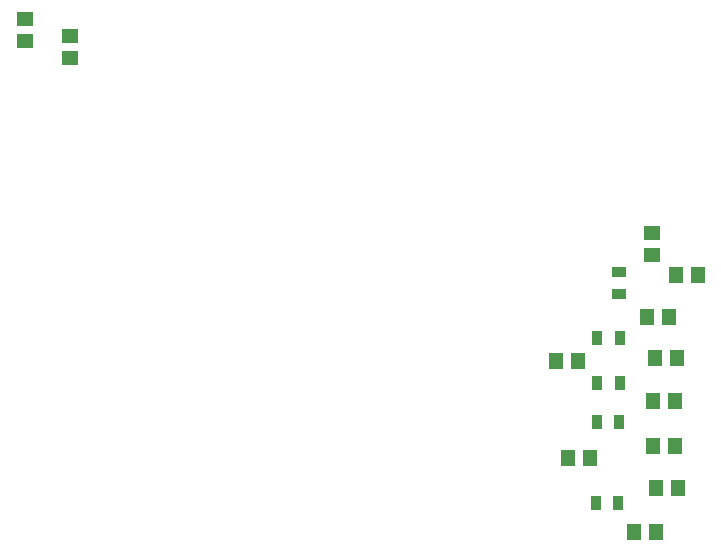
<source format=gbp>
G04*
G04 #@! TF.GenerationSoftware,Altium Limited,Altium Designer,24.3.1 (35)*
G04*
G04 Layer_Color=128*
%FSLAX44Y44*%
%MOMM*%
G71*
G04*
G04 #@! TF.SameCoordinates,C3A98564-D86C-46C7-A890-955D0AD343B8*
G04*
G04*
G04 #@! TF.FilePolarity,Positive*
G04*
G01*
G75*
%ADD17R,0.9000X1.3000*%
%ADD18R,1.3000X0.9000*%
%ADD19R,1.1500X1.3500*%
%ADD20R,1.3500X1.1500*%
D17*
X1351940Y88900D02*
D03*
X1370940D02*
D03*
X1353210Y228600D02*
D03*
X1372210D02*
D03*
X1352600Y157480D02*
D03*
X1371600D02*
D03*
X1353210Y190500D02*
D03*
X1372210D02*
D03*
D18*
X1371600Y266090D02*
D03*
Y285090D02*
D03*
D19*
X1317900Y209550D02*
D03*
X1336400D02*
D03*
X1401720Y212090D02*
D03*
X1420220D02*
D03*
X1400450Y175260D02*
D03*
X1418950D02*
D03*
X1413870Y246380D02*
D03*
X1395370D02*
D03*
X1328060Y127000D02*
D03*
X1346560D02*
D03*
X1400450Y137160D02*
D03*
X1418950D02*
D03*
X1402990Y101600D02*
D03*
X1421490D02*
D03*
X1383940Y64770D02*
D03*
X1402440D02*
D03*
X1419500Y281940D02*
D03*
X1438000D02*
D03*
D20*
X868680Y498560D02*
D03*
Y480060D02*
D03*
X906780Y484230D02*
D03*
Y465730D02*
D03*
X1399540Y317860D02*
D03*
Y299360D02*
D03*
M02*

</source>
